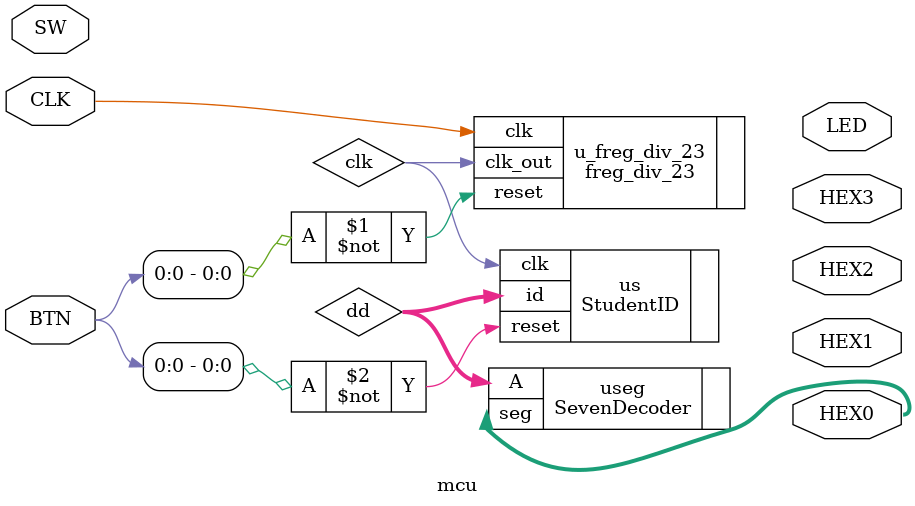
<source format=sv>


module mcu(

	//////////// CLOCK //////////
	input CLK,

	//////////// 7-segment decoder //////////
	output [6:0] HEX0,
	output [6:0] HEX1,
	output [6:0] HEX2,
	output [6:0] HEX3,
	
	//////////// LED /////////////
	output [9:0] LED,
	
	//////////// SWITCH //////////
	input [9:0] SW,
	
	//////////// BUTTON //////////
	input [2:0] BTN
	
); 
//*******************************//

// add module here

logic clk;
freg_div_23 u_freg_div_23(
	.clk(CLK),
	.reset(~BTN[0]),
	.clk_out(clk)
);
logic [3:0]dd;
StudentID us(
    .clk(clk) , 
	.reset(~BTN[0]),
    .id(dd)
);
SevenDecoder useg(
	.A(dd),
	.seg(HEX0)
);

/*
logic clk;
freg_div_23 u_freg_div_23(
	.clk(CLK),
	.reset(~BTN[0]),
	.clk_out(clk)
);
logic [3:0]dd;
bir ubir(
	.clk(clk),
	.reset(~BTN[0]),
	.birth(dd)
);
SevenDecoder useg(
	.A(dd),
	.seg(HEX0)
);
*/



//*******************************//

endmodule

</source>
